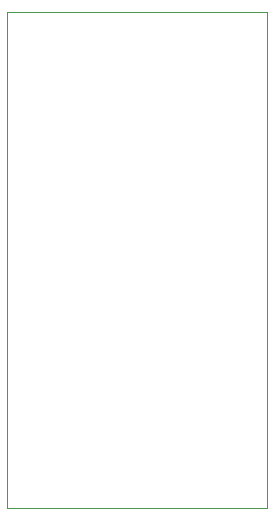
<source format=gbr>
G04 #@! TF.GenerationSoftware,KiCad,Pcbnew,6.0.2+dfsg-1*
G04 #@! TF.CreationDate,2022-02-19T23:14:45+01:00*
G04 #@! TF.ProjectId,e-tinkers-esp32-c3,652d7469-6e6b-4657-9273-2d6573703332,V1.0*
G04 #@! TF.SameCoordinates,Original*
G04 #@! TF.FileFunction,Profile,NP*
%FSLAX46Y46*%
G04 Gerber Fmt 4.6, Leading zero omitted, Abs format (unit mm)*
G04 Created by KiCad (PCBNEW 6.0.2+dfsg-1) date 2022-02-19 23:14:45*
%MOMM*%
%LPD*%
G01*
G04 APERTURE LIST*
G04 #@! TA.AperFunction,Profile*
%ADD10C,0.050000*%
G04 #@! TD*
G04 APERTURE END LIST*
D10*
X197000000Y-68000000D02*
X197000000Y-110000000D01*
X219000000Y-110000000D02*
X219000000Y-68000000D01*
X219000000Y-68000000D02*
X197000000Y-68000000D01*
X197000000Y-110000000D02*
X219000000Y-110000000D01*
M02*

</source>
